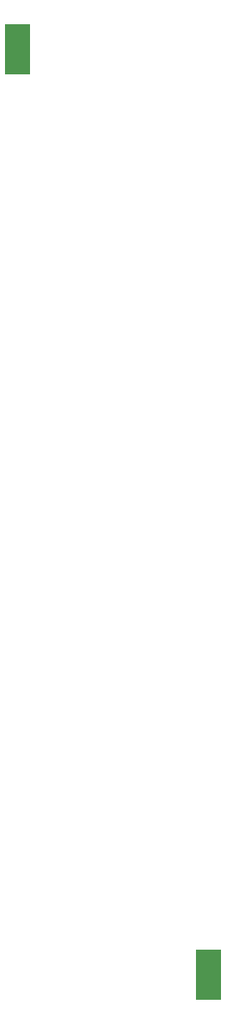
<source format=gbr>
G04 EAGLE Gerber X2 export*
%TF.Part,Single*%
%TF.FileFunction,Paste,Bot*%
%TF.FilePolarity,Positive*%
%TF.GenerationSoftware,Autodesk,EAGLE,9.2.2*%
%TF.CreationDate,2019-01-08T22:45:00Z*%
G75*
%MOMM*%
%FSLAX34Y34*%
%LPD*%
%INSolderpaste Bottom*%
%AMOC8*
5,1,8,0,0,1.08239X$1,22.5*%
G01*
%ADD10R,2.540000X5.080000*%


D10*
X280520Y970000D03*
X474000Y31750D03*
M02*

</source>
